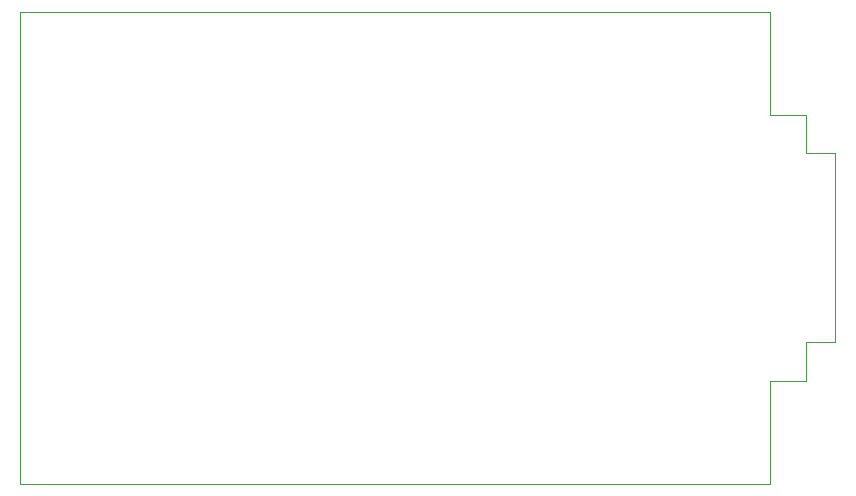
<source format=gko>
%FSLAX46Y46*%
%MOMM*%
%ADD10C,0.010000*%
G01*
G01*
%LPD*%
D10*
X-3000000Y11250000D02*
X0Y11250000D01*
D10*
X0Y11250000D02*
X0Y8000000D01*
D10*
X0Y8000000D02*
X2500000Y8000000D01*
D10*
X2500000Y8000000D02*
X2500000Y-8000000D01*
D10*
X2500000Y-8000000D02*
X0Y-8000000D01*
D10*
X0Y-8000000D02*
X0Y-11250000D01*
D10*
X0Y-11250000D02*
X-3000000Y-11250000D01*
D10*
X-3000000Y-11250000D02*
X-3000000Y-20000000D01*
D10*
X-3000000Y-20000000D02*
X-66500000Y-20000000D01*
D10*
X-66500000Y-20000000D02*
X-66500000Y20000000D01*
D10*
X-66500000Y20000000D02*
X-3000000Y20000000D01*
D10*
X-3000000Y20000000D02*
X-3000000Y11250000D01*
G75*
M02*

</source>
